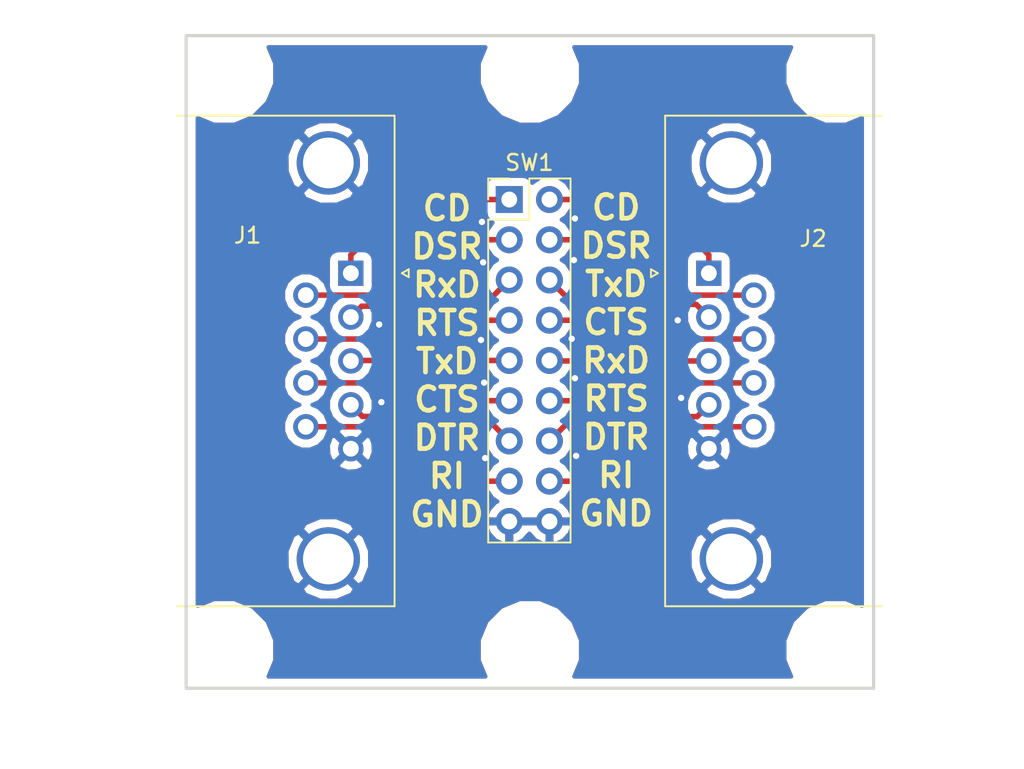
<source format=kicad_pcb>
(kicad_pcb (version 20171130) (host pcbnew 5.0.2-bee76a0~70~ubuntu16.04.1)

  (general
    (thickness 1.6)
    (drawings 6)
    (tracks 65)
    (zones 0)
    (modules 9)
    (nets 18)
  )

  (page A4)
  (layers
    (0 F.Cu signal)
    (31 B.Cu signal)
    (32 B.Adhes user)
    (33 F.Adhes user)
    (34 B.Paste user)
    (35 F.Paste user)
    (36 B.SilkS user)
    (37 F.SilkS user)
    (38 B.Mask user)
    (39 F.Mask user)
    (40 Dwgs.User user)
    (41 Cmts.User user)
    (42 Eco1.User user)
    (43 Eco2.User user)
    (44 Edge.Cuts user)
    (45 Margin user)
    (46 B.CrtYd user)
    (47 F.CrtYd user)
    (48 B.Fab user)
    (49 F.Fab user)
  )

  (setup
    (last_trace_width 0.35)
    (trace_clearance 0.2)
    (zone_clearance 0.508)
    (zone_45_only no)
    (trace_min 0.2)
    (segment_width 0.2)
    (edge_width 0.15)
    (via_size 0.8)
    (via_drill 0.4)
    (via_min_size 0.4)
    (via_min_drill 0.3)
    (uvia_size 0.3)
    (uvia_drill 0.1)
    (uvias_allowed no)
    (uvia_min_size 0.2)
    (uvia_min_drill 0.1)
    (pcb_text_width 0.3)
    (pcb_text_size 1.5 1.5)
    (mod_edge_width 0.15)
    (mod_text_size 1 1)
    (mod_text_width 0.15)
    (pad_size 1.524 1.524)
    (pad_drill 0.762)
    (pad_to_mask_clearance 0.051)
    (solder_mask_min_width 0.25)
    (aux_axis_origin 0 0)
    (visible_elements FFFFFF7F)
    (pcbplotparams
      (layerselection 0x210f0_ffffffff)
      (usegerberextensions true)
      (usegerberattributes false)
      (usegerberadvancedattributes false)
      (creategerberjobfile false)
      (excludeedgelayer true)
      (linewidth 0.100000)
      (plotframeref false)
      (viasonmask false)
      (mode 1)
      (useauxorigin false)
      (hpglpennumber 1)
      (hpglpenspeed 20)
      (hpglpendiameter 15.000000)
      (psnegative false)
      (psa4output false)
      (plotreference true)
      (plotvalue true)
      (plotinvisibletext false)
      (padsonsilk false)
      (subtractmaskfromsilk false)
      (outputformat 1)
      (mirror false)
      (drillshape 0)
      (scaleselection 1)
      (outputdirectory "Gerbers/"))
  )

  (net 0 "")
  (net 1 "Net-(J1-Pad1)")
  (net 2 "Net-(J1-Pad6)")
  (net 3 "Net-(J1-Pad2)")
  (net 4 "Net-(J1-Pad7)")
  (net 5 "Net-(J1-Pad3)")
  (net 6 "Net-(J1-Pad8)")
  (net 7 "Net-(J1-Pad4)")
  (net 8 "Net-(J1-Pad9)")
  (net 9 GND)
  (net 10 "Net-(J2-Pad9)")
  (net 11 "Net-(J2-Pad4)")
  (net 12 "Net-(J2-Pad8)")
  (net 13 "Net-(J2-Pad3)")
  (net 14 "Net-(J2-Pad7)")
  (net 15 "Net-(J2-Pad2)")
  (net 16 "Net-(J2-Pad6)")
  (net 17 "Net-(J2-Pad1)")

  (net_class Default "This is the default net class."
    (clearance 0.2)
    (trace_width 0.35)
    (via_dia 0.8)
    (via_drill 0.4)
    (uvia_dia 0.3)
    (uvia_drill 0.1)
  )

  (net_class Signals ""
    (clearance 0.2)
    (trace_width 0.35)
    (via_dia 0.8)
    (via_drill 0.4)
    (uvia_dia 0.3)
    (uvia_drill 0.1)
    (add_net GND)
    (add_net "Net-(J1-Pad1)")
    (add_net "Net-(J1-Pad2)")
    (add_net "Net-(J1-Pad3)")
    (add_net "Net-(J1-Pad4)")
    (add_net "Net-(J1-Pad6)")
    (add_net "Net-(J1-Pad7)")
    (add_net "Net-(J1-Pad8)")
    (add_net "Net-(J1-Pad9)")
    (add_net "Net-(J2-Pad1)")
    (add_net "Net-(J2-Pad2)")
    (add_net "Net-(J2-Pad3)")
    (add_net "Net-(J2-Pad4)")
    (add_net "Net-(J2-Pad6)")
    (add_net "Net-(J2-Pad7)")
    (add_net "Net-(J2-Pad8)")
    (add_net "Net-(J2-Pad9)")
  )

  (module MountingHole:MountingHole_2.2mm_M2 (layer F.Cu) (tedit 5F80D5C9) (tstamp 5FB29B63)
    (at 141.3 37.4)
    (descr "Mounting Hole 2.2mm, no annular, M2")
    (tags "mounting hole 2.2mm no annular m2")
    (clearance 2)
    (attr virtual)
    (fp_text reference REF** (at 0 -3.2) (layer F.SilkS) hide
      (effects (font (size 1 1) (thickness 0.15)))
    )
    (fp_text value MountingHole_2.2mm_M2 (at 0 3.2) (layer F.Fab)
      (effects (font (size 1 1) (thickness 0.15)))
    )
    (fp_circle (center 0 0) (end 2.45 0) (layer F.CrtYd) (width 0.05))
    (fp_circle (center 0 0) (end 2.2 0) (layer Cmts.User) (width 0.15))
    (fp_text user %R (at 0.3 0) (layer F.Fab)
      (effects (font (size 1 1) (thickness 0.15)))
    )
    (pad 1 np_thru_hole circle (at 0 0) (size 2.2 2.2) (drill 2.2) (layers *.Cu *.Mask))
  )

  (module MountingHole:MountingHole_2.2mm_M2 locked (layer F.Cu) (tedit 5F80D642) (tstamp 5FB29AE4)
    (at 141.3 73.8)
    (descr "Mounting Hole 2.2mm, no annular, M2")
    (tags "mounting hole 2.2mm no annular m2")
    (clearance 2)
    (attr virtual)
    (fp_text reference REF** (at 0 -3.2) (layer F.SilkS) hide
      (effects (font (size 1 1) (thickness 0.15)))
    )
    (fp_text value MountingHole_2.2mm_M2 (at 0 3.2) (layer F.Fab)
      (effects (font (size 1 1) (thickness 0.15)))
    )
    (fp_text user %R (at 0.3 0) (layer F.Fab)
      (effects (font (size 1 1) (thickness 0.15)))
    )
    (fp_circle (center 0 0) (end 2.2 0) (layer Cmts.User) (width 0.15))
    (fp_circle (center 0 0) (end 2.45 0) (layer F.CrtYd) (width 0.05))
    (pad 1 np_thru_hole circle (at 0 0) (size 2.2 2.2) (drill 2.2) (layers *.Cu *.Mask))
  )

  (module MountingHole:MountingHole_2.2mm_M2 locked (layer F.Cu) (tedit 5F80D646) (tstamp 5FB29AAA)
    (at 122 73.8)
    (descr "Mounting Hole 2.2mm, no annular, M2")
    (tags "mounting hole 2.2mm no annular m2")
    (clearance 2)
    (attr virtual)
    (fp_text reference REF** (at 0 -3.2) (layer F.SilkS) hide
      (effects (font (size 1 1) (thickness 0.15)))
    )
    (fp_text value MountingHole_2.2mm_M2 (at 0 3.2) (layer F.Fab)
      (effects (font (size 1 1) (thickness 0.15)))
    )
    (fp_text user %R (at 0.3 0) (layer F.Fab)
      (effects (font (size 1 1) (thickness 0.15)))
    )
    (fp_circle (center 0 0) (end 2.2 0) (layer Cmts.User) (width 0.15))
    (fp_circle (center 0 0) (end 2.45 0) (layer F.CrtYd) (width 0.05))
    (pad 1 np_thru_hole circle (at 0 0) (size 2.2 2.2) (drill 2.2) (layers *.Cu *.Mask))
  )

  (module MountingHole:MountingHole_2.2mm_M2 locked (layer F.Cu) (tedit 5F80D63E) (tstamp 5FB29A8A)
    (at 160.6 73.8)
    (descr "Mounting Hole 2.2mm, no annular, M2")
    (tags "mounting hole 2.2mm no annular m2")
    (clearance 2)
    (attr virtual)
    (fp_text reference REF** (at 0 -3.2) (layer F.SilkS) hide
      (effects (font (size 1 1) (thickness 0.15)))
    )
    (fp_text value MountingHole_2.2mm_M2 (at 0 3.2) (layer F.Fab)
      (effects (font (size 1 1) (thickness 0.15)))
    )
    (fp_circle (center 0 0) (end 2.45 0) (layer F.CrtYd) (width 0.05))
    (fp_circle (center 0 0) (end 2.2 0) (layer Cmts.User) (width 0.15))
    (fp_text user %R (at 0.3 0) (layer F.Fab)
      (effects (font (size 1 1) (thickness 0.15)))
    )
    (pad 1 np_thru_hole circle (at 0 0) (size 2.2 2.2) (drill 2.2) (layers *.Cu *.Mask))
  )

  (module MountingHole:MountingHole_2.2mm_M2 locked (layer F.Cu) (tedit 5F80D5CE) (tstamp 5FB299F7)
    (at 160.6 37.4)
    (descr "Mounting Hole 2.2mm, no annular, M2")
    (tags "mounting hole 2.2mm no annular m2")
    (clearance 2)
    (attr virtual)
    (fp_text reference REF** (at 0 -3.2) (layer F.SilkS) hide
      (effects (font (size 1 1) (thickness 0.15)))
    )
    (fp_text value MountingHole_2.2mm_M2 (at 0 3.2) (layer F.Fab)
      (effects (font (size 1 1) (thickness 0.15)))
    )
    (fp_text user %R (at 0.3 0) (layer F.Fab)
      (effects (font (size 1 1) (thickness 0.15)))
    )
    (fp_circle (center 0 0) (end 2.2 0) (layer Cmts.User) (width 0.15))
    (fp_circle (center 0 0) (end 2.45 0) (layer F.CrtYd) (width 0.05))
    (pad 1 np_thru_hole circle (at 0 0) (size 2.2 2.2) (drill 2.2) (layers *.Cu *.Mask))
  )

  (module WiRoc:PinHeader_Serial_Blocker (layer F.Cu) (tedit 5F80C3DC) (tstamp 5FA65E1D)
    (at 140 45.35)
    (descr "Through hole straight pin header, 2x09, 2.54mm pitch, double rows")
    (tags "Through hole pin header THT 2x09 2.54mm double row")
    (path /5F80B837)
    (fp_text reference SW1 (at 1.27 -2.33) (layer F.SilkS)
      (effects (font (size 1 1) (thickness 0.15)))
    )
    (fp_text value SW_DIP_x09 (at 1.27 22.65) (layer F.Fab)
      (effects (font (size 1 1) (thickness 0.15)))
    )
    (fp_line (start 0 -1.27) (end 3.81 -1.27) (layer F.Fab) (width 0.1))
    (fp_line (start 3.81 -1.27) (end 3.81 21.59) (layer F.Fab) (width 0.1))
    (fp_line (start 3.81 21.59) (end -1.27 21.59) (layer F.Fab) (width 0.1))
    (fp_line (start -1.27 21.59) (end -1.27 0) (layer F.Fab) (width 0.1))
    (fp_line (start -1.27 0) (end 0 -1.27) (layer F.Fab) (width 0.1))
    (fp_line (start -1.33 21.65) (end 3.87 21.65) (layer F.SilkS) (width 0.12))
    (fp_line (start -1.33 1.27) (end -1.33 21.65) (layer F.SilkS) (width 0.12))
    (fp_line (start 3.87 -1.33) (end 3.87 21.65) (layer F.SilkS) (width 0.12))
    (fp_line (start -1.33 1.27) (end 1.27 1.27) (layer F.SilkS) (width 0.12))
    (fp_line (start 1.27 1.27) (end 1.27 -1.33) (layer F.SilkS) (width 0.12))
    (fp_line (start 1.27 -1.33) (end 3.87 -1.33) (layer F.SilkS) (width 0.12))
    (fp_line (start -1.33 0) (end -1.33 -1.33) (layer F.SilkS) (width 0.12))
    (fp_line (start -1.33 -1.33) (end 0 -1.33) (layer F.SilkS) (width 0.12))
    (fp_line (start -1.8 -1.8) (end -1.8 22.1) (layer F.CrtYd) (width 0.05))
    (fp_line (start -1.8 22.1) (end 4.35 22.1) (layer F.CrtYd) (width 0.05))
    (fp_line (start 4.35 22.1) (end 4.35 -1.8) (layer F.CrtYd) (width 0.05))
    (fp_line (start 4.35 -1.8) (end -1.8 -1.8) (layer F.CrtYd) (width 0.05))
    (fp_text user %R (at 1.27 10.16 90) (layer F.Fab)
      (effects (font (size 1 1) (thickness 0.15)))
    )
    (pad 1 thru_hole rect (at 0 0) (size 1.7 1.7) (drill 1) (layers *.Cu *.Mask)
      (net 1 "Net-(J1-Pad1)"))
    (pad 18 thru_hole oval (at 2.54 0) (size 1.7 1.7) (drill 1) (layers *.Cu *.Mask)
      (net 17 "Net-(J2-Pad1)"))
    (pad 2 thru_hole oval (at 0 2.54) (size 1.7 1.7) (drill 1) (layers *.Cu *.Mask)
      (net 2 "Net-(J1-Pad6)"))
    (pad 17 thru_hole oval (at 2.54 2.54) (size 1.7 1.7) (drill 1) (layers *.Cu *.Mask)
      (net 16 "Net-(J2-Pad6)"))
    (pad 3 thru_hole oval (at 0 5.08) (size 1.7 1.7) (drill 1) (layers *.Cu *.Mask)
      (net 3 "Net-(J1-Pad2)"))
    (pad 16 thru_hole oval (at 2.54 5.08) (size 1.7 1.7) (drill 1) (layers *.Cu *.Mask)
      (net 15 "Net-(J2-Pad2)"))
    (pad 4 thru_hole oval (at 0 7.62) (size 1.7 1.7) (drill 1) (layers *.Cu *.Mask)
      (net 4 "Net-(J1-Pad7)"))
    (pad 15 thru_hole oval (at 2.54 7.62) (size 1.7 1.7) (drill 1) (layers *.Cu *.Mask)
      (net 14 "Net-(J2-Pad7)"))
    (pad 5 thru_hole oval (at 0 10.16) (size 1.7 1.7) (drill 1) (layers *.Cu *.Mask)
      (net 5 "Net-(J1-Pad3)"))
    (pad 14 thru_hole oval (at 2.54 10.16) (size 1.7 1.7) (drill 1) (layers *.Cu *.Mask)
      (net 13 "Net-(J2-Pad3)"))
    (pad 6 thru_hole oval (at 0 12.7) (size 1.7 1.7) (drill 1) (layers *.Cu *.Mask)
      (net 6 "Net-(J1-Pad8)"))
    (pad 13 thru_hole oval (at 2.54 12.7) (size 1.7 1.7) (drill 1) (layers *.Cu *.Mask)
      (net 12 "Net-(J2-Pad8)"))
    (pad 7 thru_hole oval (at 0 15.24) (size 1.7 1.7) (drill 1) (layers *.Cu *.Mask)
      (net 7 "Net-(J1-Pad4)"))
    (pad 12 thru_hole oval (at 2.54 15.24) (size 1.7 1.7) (drill 1) (layers *.Cu *.Mask)
      (net 11 "Net-(J2-Pad4)"))
    (pad 8 thru_hole oval (at 0 17.78) (size 1.7 1.7) (drill 1) (layers *.Cu *.Mask)
      (net 8 "Net-(J1-Pad9)"))
    (pad 11 thru_hole oval (at 2.54 17.78) (size 1.7 1.7) (drill 1) (layers *.Cu *.Mask)
      (net 10 "Net-(J2-Pad9)"))
    (pad 9 thru_hole oval (at 0 20.32) (size 1.7 1.7) (drill 1) (layers *.Cu *.Mask)
      (net 9 GND))
    (pad 10 thru_hole oval (at 2.54 20.32) (size 1.7 1.7) (drill 1) (layers *.Cu *.Mask)
      (net 9 GND))
    (model ${KISYS3DMOD}/Connector_PinHeader_2.54mm.3dshapes/PinHeader_2x09_P2.54mm_Vertical.wrl
      (at (xyz 0 0 0))
      (scale (xyz 1 1 1))
      (rotate (xyz 0 0 0))
    )
  )

  (module WiRoc:DSUB-9_Female_Horizontal_P2.77x2.84mm_Edge_offset6.96mm_centered_Edge8.08mm (layer F.Cu) (tedit 5F80C0F4) (tstamp 5F999BA4)
    (at 152.6 50 90)
    (descr "9-pin D-Sub connector, horizontal/angled (90 deg), THT-mount, female, pitch 2.77x2.84mm, pin-PCB-offset 4.9399999999999995mm, distance of mounting holes 25mm, distance of mounting holes to PCB edge 7.4799999999999995mm, see https://disti-assets.s3.amazonaws.com/tonar/files/datasheets/16730.pdf")
    (tags "9-pin D-Sub connector horizontal angled 90deg THT female pitch 2.77x2.84mm pin-PCB-offset 4.9399999999999995mm mounting-holes-distance 25mm mounting-hole-offset 25mm")
    (path /5F80B4DE)
    (fp_text reference J2 (at 2.1845 6.5818 180) (layer F.SilkS)
      (effects (font (size 1 1) (thickness 0.15)))
    )
    (fp_text value DB9_Female_MountingHoles (at -5.55 19.05 90) (layer F.Fab)
      (effects (font (size 1 1) (thickness 0.15)))
    )
    (fp_arc (start -18.04 1.42) (end -19.64 0.3) (angle 180) (layer F.Fab) (width 0.1))
    (fp_arc (start 6.96 1.42) (end 5.36 0.3) (angle 180) (layer F.Fab) (width 0.1))
    (fp_line (start -20.965 -2.7) (end -20.965 7.78) (layer F.Fab) (width 0.1))
    (fp_line (start 9.885 7.78) (end 9.885 -2.7) (layer F.Fab) (width 0.1))
    (fp_line (start 9.885 -2.7) (end -20.965 -2.7) (layer F.Fab) (width 0.1))
    (fp_line (start -20.965 7.78) (end -20.965 11.35) (layer F.Fab) (width 0.1))
    (fp_line (start -20.965 11.38) (end 9.885 11.38) (layer F.Fab) (width 0.1))
    (fp_line (start 9.9 11.4) (end 9.885 7.78) (layer F.Fab) (width 0.1))
    (fp_line (start 9.885 10.98) (end -20.965 10.98) (layer F.Fab) (width 0.1))
    (fp_line (start -13.69 11.38) (end -13.69 17.55) (layer F.Fab) (width 0.1))
    (fp_line (start -13.69 17.55) (end 2.61 17.55) (layer F.Fab) (width 0.1))
    (fp_line (start 2.61 17.55) (end 2.61 11.38) (layer F.Fab) (width 0.1))
    (fp_line (start 2.61 11.38) (end -13.69 11.38) (layer F.Fab) (width 0.1))
    (fp_line (start -20.54 11.38) (end -20.54 16.38) (layer F.Fab) (width 0.1))
    (fp_line (start -20.54 16.38) (end -15.54 16.38) (layer F.Fab) (width 0.1))
    (fp_line (start -15.54 16.38) (end -15.54 11.38) (layer F.Fab) (width 0.1))
    (fp_line (start 4.46 11.38) (end 4.46 16.38) (layer F.Fab) (width 0.1))
    (fp_line (start 4.46 16.38) (end 9.46 16.38) (layer F.Fab) (width 0.1))
    (fp_line (start 9.46 16.38) (end 9.46 11.38) (layer F.Fab) (width 0.1))
    (fp_line (start -19.64 10.98) (end -19.64 0.3) (layer F.Fab) (width 0.1))
    (fp_line (start -16.44 10.98) (end -16.44 0.3) (layer F.Fab) (width 0.1))
    (fp_line (start 5.36 10.98) (end 5.36 0.3) (layer F.Fab) (width 0.1))
    (fp_line (start 8.56 10.98) (end 8.56 0.3) (layer F.Fab) (width 0.1))
    (fp_line (start -21.025 10.92) (end -21.025 -2.76) (layer F.SilkS) (width 0.12))
    (fp_line (start -21.025 -2.76) (end 9.945 -2.76) (layer F.SilkS) (width 0.12))
    (fp_line (start 9.945 -2.76) (end 9.945 10.92) (layer F.SilkS) (width 0.12))
    (fp_line (start -0.25 -3.654338) (end 0.25 -3.654338) (layer F.SilkS) (width 0.12))
    (fp_line (start 0.25 -3.654338) (end 0 -3.221325) (layer F.SilkS) (width 0.12))
    (fp_line (start 0 -3.221325) (end -0.25 -3.654338) (layer F.SilkS) (width 0.12))
    (fp_line (start -21.5 -3.25) (end -21.5 14.85) (layer F.CrtYd) (width 0.05))
    (fp_line (start -21.5 14.85) (end 10.4 14.85) (layer F.CrtYd) (width 0.05))
    (fp_line (start 10.4 14.85) (end 10.4 -3.25) (layer F.CrtYd) (width 0.05))
    (fp_line (start 10.4 -3.25) (end -21.5 -3.25) (layer F.CrtYd) (width 0.05))
    (fp_text user %R (at -5.54 11.265 90) (layer F.Fab)
      (effects (font (size 1 1) (thickness 0.15)))
    )
    (pad 1 thru_hole rect (at 0 0 90) (size 1.6 1.6) (drill 1) (layers *.Cu *.Mask)
      (net 17 "Net-(J2-Pad1)"))
    (pad 2 thru_hole circle (at -2.77 0 90) (size 1.6 1.6) (drill 1) (layers *.Cu *.Mask)
      (net 15 "Net-(J2-Pad2)"))
    (pad 3 thru_hole circle (at -5.54 0 90) (size 1.6 1.6) (drill 1) (layers *.Cu *.Mask)
      (net 13 "Net-(J2-Pad3)"))
    (pad 4 thru_hole circle (at -8.31 0 90) (size 1.6 1.6) (drill 1) (layers *.Cu *.Mask)
      (net 11 "Net-(J2-Pad4)"))
    (pad 5 thru_hole circle (at -11.08 0 90) (size 1.6 1.6) (drill 1) (layers *.Cu *.Mask)
      (net 9 GND))
    (pad 6 thru_hole circle (at -1.385 2.84 90) (size 1.6 1.6) (drill 1) (layers *.Cu *.Mask)
      (net 16 "Net-(J2-Pad6)"))
    (pad 7 thru_hole circle (at -4.155 2.84 90) (size 1.6 1.6) (drill 1) (layers *.Cu *.Mask)
      (net 14 "Net-(J2-Pad7)"))
    (pad 8 thru_hole circle (at -6.925 2.84 90) (size 1.6 1.6) (drill 1) (layers *.Cu *.Mask)
      (net 12 "Net-(J2-Pad8)"))
    (pad 9 thru_hole circle (at -9.695 2.84 90) (size 1.6 1.6) (drill 1) (layers *.Cu *.Mask)
      (net 10 "Net-(J2-Pad9)"))
    (pad 0 thru_hole circle (at -18.04 1.42 90) (size 4 4) (drill 3.2) (layers *.Cu *.Mask)
      (net 9 GND))
    (pad 0 thru_hole circle (at 6.96 1.42 90) (size 4 4) (drill 3.2) (layers *.Cu *.Mask)
      (net 9 GND))
    (model ${KISYS3DMOD}/Connector_Dsub.3dshapes/DSUB-9_Female_Horizontal_P2.77x2.84mm_EdgePinOffset4.94mm_Housed_MountingHolesOffset7.48mm.wrl
      (at (xyz 0 0 0))
      (scale (xyz 1 1 1))
      (rotate (xyz 0 0 0))
    )
  )

  (module WiRoc:DSUB-9_Male_Horizontal_P2.77x2.84mm_Edge_Housed_MountingHolesOffset9.96mm_centered_edge_10.92mm (layer F.Cu) (tedit 5F80C23E) (tstamp 5F999B71)
    (at 130 50 270)
    (descr "9-pin D-Sub connector, horizontal/angled (90 deg), THT-mount, male, pitch 2.77x2.84mm, pin-PCB-offset 4.9399999999999995mm, distance of mounting holes 25mm, distance of mounting holes to PCB edge 7.4799999999999995mm, see https://disti-assets.s3.amazonaws.com/tonar/files/datasheets/16730.pdf")
    (tags "9-pin D-Sub connector horizontal angled 90deg THT male pitch 2.77x2.84mm pin-PCB-offset 4.9399999999999995mm mounting-holes-distance 25mm mounting-hole-offset 25mm")
    (path /5F80B5C7)
    (fp_text reference J1 (at -2.3877 6.5179) (layer F.SilkS)
      (effects (font (size 1 1) (thickness 0.15)))
    )
    (fp_text value DB9_Male_MountingHoles (at 5.85 21.3 270) (layer F.Fab)
      (effects (font (size 1 1) (thickness 0.15)))
    )
    (fp_arc (start -6.96 1.42) (end -8.56 0.3) (angle 180) (layer F.Fab) (width 0.1))
    (fp_arc (start 18.04 1.42) (end 16.44 0.3) (angle 180) (layer F.Fab) (width 0.1))
    (fp_line (start -9.885 -2.7) (end -9.885 10.98) (layer F.Fab) (width 0.1))
    (fp_line (start -9.885 10.98) (end 20.965 10.98) (layer F.Fab) (width 0.1))
    (fp_line (start 20.965 10.98) (end 20.965 -2.7) (layer F.Fab) (width 0.1))
    (fp_line (start 20.965 -2.7) (end -9.885 -2.7) (layer F.Fab) (width 0.1))
    (fp_line (start -9.885 10.98) (end -9.885 11.38) (layer F.Fab) (width 0.1))
    (fp_line (start -9.885 11.38) (end 20.965 11.38) (layer F.Fab) (width 0.1))
    (fp_line (start 20.965 11.38) (end 20.965 10.98) (layer F.Fab) (width 0.1))
    (fp_line (start 20.965 10.98) (end -9.885 10.98) (layer F.Fab) (width 0.1))
    (fp_line (start -2.61 11.38) (end -2.61 17.38) (layer F.Fab) (width 0.1))
    (fp_line (start -2.61 17.38) (end 13.69 17.38) (layer F.Fab) (width 0.1))
    (fp_line (start 13.69 17.38) (end 13.69 11.38) (layer F.Fab) (width 0.1))
    (fp_line (start 13.69 11.38) (end -2.61 11.38) (layer F.Fab) (width 0.1))
    (fp_line (start -9.46 11.38) (end -9.46 16.38) (layer F.Fab) (width 0.1))
    (fp_line (start -9.46 16.38) (end -4.46 16.38) (layer F.Fab) (width 0.1))
    (fp_line (start -4.46 16.38) (end -4.46 11.38) (layer F.Fab) (width 0.1))
    (fp_line (start -4.46 11.38) (end -9.46 11.38) (layer F.Fab) (width 0.1))
    (fp_line (start 15.54 11.38) (end 15.54 16.38) (layer F.Fab) (width 0.1))
    (fp_line (start 15.54 16.38) (end 20.54 16.38) (layer F.Fab) (width 0.1))
    (fp_line (start 20.54 16.38) (end 20.54 11.38) (layer F.Fab) (width 0.1))
    (fp_line (start 20.54 11.38) (end 15.54 11.38) (layer F.Fab) (width 0.1))
    (fp_line (start -8.56 10.98) (end -8.56 0.3) (layer F.Fab) (width 0.1))
    (fp_line (start -5.36 10.98) (end -5.36 0.3) (layer F.Fab) (width 0.1))
    (fp_line (start 16.44 10.98) (end 16.44 0.3) (layer F.Fab) (width 0.1))
    (fp_line (start 19.64 10.98) (end 19.64 0.3) (layer F.Fab) (width 0.1))
    (fp_line (start -9.945 10.98) (end -9.945 -2.76) (layer F.SilkS) (width 0.12))
    (fp_line (start -9.945 -2.76) (end 21.025 -2.76) (layer F.SilkS) (width 0.12))
    (fp_line (start 21.025 -2.76) (end 21.025 10.98) (layer F.SilkS) (width 0.12))
    (fp_line (start -0.25 -3.654338) (end 0.25 -3.654338) (layer F.SilkS) (width 0.12))
    (fp_line (start 0.25 -3.654338) (end 0 -3.221325) (layer F.SilkS) (width 0.12))
    (fp_line (start 0 -3.221325) (end -0.25 -3.654338) (layer F.SilkS) (width 0.12))
    (fp_line (start -10.4 -3.25) (end -10.4 17.9) (layer F.CrtYd) (width 0.05))
    (fp_line (start -10.4 17.9) (end 21.5 17.9) (layer F.CrtYd) (width 0.05))
    (fp_line (start 21.5 17.9) (end 21.5 -3.25) (layer F.CrtYd) (width 0.05))
    (fp_line (start 21.5 -3.25) (end -10.4 -3.25) (layer F.CrtYd) (width 0.05))
    (fp_text user %R (at 5.54 14.38 270) (layer F.Fab)
      (effects (font (size 1 1) (thickness 0.15)))
    )
    (pad 1 thru_hole rect (at 0 0 270) (size 1.6 1.6) (drill 1) (layers *.Cu *.Mask)
      (net 1 "Net-(J1-Pad1)"))
    (pad 2 thru_hole circle (at 2.77 0 270) (size 1.6 1.6) (drill 1) (layers *.Cu *.Mask)
      (net 3 "Net-(J1-Pad2)"))
    (pad 3 thru_hole circle (at 5.54 0 270) (size 1.6 1.6) (drill 1) (layers *.Cu *.Mask)
      (net 5 "Net-(J1-Pad3)"))
    (pad 4 thru_hole circle (at 8.31 0 270) (size 1.6 1.6) (drill 1) (layers *.Cu *.Mask)
      (net 7 "Net-(J1-Pad4)"))
    (pad 5 thru_hole circle (at 11.08 0 270) (size 1.6 1.6) (drill 1) (layers *.Cu *.Mask)
      (net 9 GND))
    (pad 6 thru_hole circle (at 1.385 2.84 270) (size 1.6 1.6) (drill 1) (layers *.Cu *.Mask)
      (net 2 "Net-(J1-Pad6)"))
    (pad 7 thru_hole circle (at 4.155 2.84 270) (size 1.6 1.6) (drill 1) (layers *.Cu *.Mask)
      (net 4 "Net-(J1-Pad7)"))
    (pad 8 thru_hole circle (at 6.925 2.84 270) (size 1.6 1.6) (drill 1) (layers *.Cu *.Mask)
      (net 6 "Net-(J1-Pad8)"))
    (pad 9 thru_hole circle (at 9.695 2.84 270) (size 1.6 1.6) (drill 1) (layers *.Cu *.Mask)
      (net 8 "Net-(J1-Pad9)"))
    (pad 0 thru_hole circle (at -6.96 1.42 270) (size 4 4) (drill 3.2) (layers *.Cu *.Mask)
      (net 9 GND))
    (pad 0 thru_hole circle (at 18.04 1.42 270) (size 4 4) (drill 3.2) (layers *.Cu *.Mask)
      (net 9 GND))
    (model ${KISYS3DMOD}/Connector_Dsub.3dshapes/DSUB-9_Male_Horizontal_P2.77x2.84mm_EdgePinOffset4.94mm_Housed_MountingHolesOffset7.48mm.wrl
      (at (xyz 0 0 0))
      (scale (xyz 1 1 1))
      (rotate (xyz 0 0 0))
    )
  )

  (module MountingHole:MountingHole_2.2mm_M2 (layer F.Cu) (tedit 5F80D5C5) (tstamp 5FB299D0)
    (at 122 37.4)
    (descr "Mounting Hole 2.2mm, no annular, M2")
    (tags "mounting hole 2.2mm no annular m2")
    (clearance 2)
    (attr virtual)
    (fp_text reference REF** (at 0 -3.2) (layer F.SilkS) hide
      (effects (font (size 1 1) (thickness 0.15)))
    )
    (fp_text value MountingHole_2.2mm_M2 (at 0 3.2) (layer F.Fab)
      (effects (font (size 1 1) (thickness 0.15)))
    )
    (fp_circle (center 0 0) (end 2.45 0) (layer F.CrtYd) (width 0.05))
    (fp_circle (center 0 0) (end 2.2 0) (layer Cmts.User) (width 0.15))
    (fp_text user %R (at 0.3 0) (layer F.Fab)
      (effects (font (size 1 1) (thickness 0.15)))
    )
    (pad 1 np_thru_hole circle (at 0 0) (size 2.2 2.2) (drill 2.2) (layers *.Cu *.Mask))
  )

  (gr_text "CD\nDSR\nTxD\nCTS\nRxD\nRTS\nDTR\nRI\nGND" (at 146.7485 55.5117) (layer F.SilkS)
    (effects (font (size 1.5 1.5) (thickness 0.3)))
  )
  (gr_text "CD\nDSR\nRxD\nRTS\nTxD\nCTS\nDTR\nRI\nGND" (at 136.0678 55.5625) (layer F.SilkS)
    (effects (font (size 1.5 1.5) (thickness 0.3)))
  )
  (gr_line (start 119.6 76.2) (end 119.6 35) (layer Edge.Cuts) (width 0.2))
  (gr_line (start 163 76.2) (end 119.6 76.2) (layer Edge.Cuts) (width 0.2))
  (gr_line (start 163 35) (end 163 76.2) (layer Edge.Cuts) (width 0.2))
  (gr_line (start 119.6 35) (end 163 35) (layer Edge.Cuts) (width 0.2))

  (segment (start 130 48.85) (end 130 50) (width 0.35) (layer F.Cu) (net 1))
  (segment (start 133.5 45.35) (end 130 48.85) (width 0.35) (layer F.Cu) (net 1))
  (segment (start 140 45.35) (end 133.5 45.35) (width 0.35) (layer F.Cu) (net 1))
  (segment (start 132.4602 51.385) (end 127.16 51.385) (width 0.35) (layer F.Cu) (net 2))
  (segment (start 135.9552 47.89) (end 132.4602 51.385) (width 0.35) (layer F.Cu) (net 2))
  (segment (start 140 47.89) (end 135.9552 47.89) (width 0.35) (layer F.Cu) (net 2))
  (segment (start 130.6873 52.0827) (end 130 52.77) (width 0.35) (layer F.Cu) (net 3))
  (segment (start 138.3473 52.0827) (end 130.6873 52.0827) (width 0.35) (layer F.Cu) (net 3))
  (segment (start 140 50.43) (end 138.3473 52.0827) (width 0.35) (layer F.Cu) (net 3))
  (segment (start 128.29137 54.155) (end 127.16 54.155) (width 0.35) (layer F.Cu) (net 4))
  (segment (start 136.8657 54.155) (end 128.29137 54.155) (width 0.35) (layer F.Cu) (net 4))
  (segment (start 138.0507 52.97) (end 136.8657 54.155) (width 0.35) (layer F.Cu) (net 4))
  (segment (start 140 52.97) (end 138.0507 52.97) (width 0.35) (layer F.Cu) (net 4))
  (segment (start 130.03 55.51) (end 130 55.54) (width 0.35) (layer F.Cu) (net 5))
  (segment (start 140 55.51) (end 130.03 55.51) (width 0.35) (layer F.Cu) (net 5))
  (segment (start 136.6429 56.925) (end 127.16 56.925) (width 0.35) (layer F.Cu) (net 6))
  (segment (start 137.7679 58.05) (end 136.6429 56.925) (width 0.35) (layer F.Cu) (net 6))
  (segment (start 140 58.05) (end 137.7679 58.05) (width 0.35) (layer F.Cu) (net 6))
  (segment (start 130.7323 59.0423) (end 130 58.31) (width 0.35) (layer F.Cu) (net 7))
  (segment (start 138.4523 59.0423) (end 130.7323 59.0423) (width 0.35) (layer F.Cu) (net 7))
  (segment (start 140 60.59) (end 138.4523 59.0423) (width 0.35) (layer F.Cu) (net 7))
  (segment (start 131.5389 59.695) (end 128.29137 59.695) (width 0.35) (layer F.Cu) (net 8))
  (segment (start 128.29137 59.695) (end 127.16 59.695) (width 0.35) (layer F.Cu) (net 8))
  (segment (start 134.9739 63.13) (end 131.5389 59.695) (width 0.35) (layer F.Cu) (net 8))
  (segment (start 140 63.13) (end 134.9739 63.13) (width 0.35) (layer F.Cu) (net 8))
  (via (at 144.145 46.5455) (size 0.8) (drill 0.4) (layers F.Cu B.Cu) (net 9))
  (via (at 138.2776 46.7614) (size 0.8) (drill 0.4) (layers F.Cu B.Cu) (net 9))
  (via (at 144.0815 49.1744) (size 0.8) (drill 0.4) (layers F.Cu B.Cu) (net 9))
  (via (at 150.6347 52.9717) (size 0.8) (drill 0.4) (layers F.Cu B.Cu) (net 9))
  (via (at 143.9418 54.1401) (size 0.8) (drill 0.4) (layers F.Cu B.Cu) (net 9))
  (via (at 144.145 56.6293) (size 0.8) (drill 0.4) (layers F.Cu B.Cu) (net 9))
  (via (at 150.8506 57.8739) (size 0.8) (drill 0.4) (layers F.Cu B.Cu) (net 9))
  (via (at 144.2212 61.5315) (size 0.8) (drill 0.4) (layers F.Cu B.Cu) (net 9))
  (via (at 138.4808 61.6712) (size 0.8) (drill 0.4) (layers F.Cu B.Cu) (net 9))
  (via (at 138.4173 56.9087) (size 0.8) (drill 0.4) (layers F.Cu B.Cu) (net 9))
  (via (at 138.2141 54.2163) (size 0.8) (drill 0.4) (layers F.Cu B.Cu) (net 9))
  (via (at 138.3538 49.3141) (size 0.8) (drill 0.4) (layers F.Cu B.Cu) (net 9))
  (via (at 131.9276 58.1406) (size 0.8) (drill 0.4) (layers F.Cu B.Cu) (net 9))
  (via (at 131.7879 53.2384) (size 0.8) (drill 0.4) (layers F.Cu B.Cu) (net 9))
  (segment (start 147.4868 63.13) (end 142.54 63.13) (width 0.35) (layer F.Cu) (net 10))
  (segment (start 150.9218 59.695) (end 147.4868 63.13) (width 0.35) (layer F.Cu) (net 10))
  (segment (start 155.44 59.695) (end 150.9218 59.695) (width 0.35) (layer F.Cu) (net 10))
  (segment (start 144.075 59.055) (end 142.54 60.59) (width 0.35) (layer F.Cu) (net 11))
  (segment (start 151.855 59.055) (end 144.075 59.055) (width 0.35) (layer F.Cu) (net 11))
  (segment (start 152.6 58.31) (end 151.855 59.055) (width 0.35) (layer F.Cu) (net 11))
  (segment (start 142.5417 58.0517) (end 142.54 58.05) (width 0.35) (layer F.Cu) (net 12))
  (segment (start 144.7673 58.0517) (end 142.5417 58.0517) (width 0.35) (layer F.Cu) (net 12))
  (segment (start 145.894 56.925) (end 144.7673 58.0517) (width 0.35) (layer F.Cu) (net 12))
  (segment (start 155.44 56.925) (end 145.894 56.925) (width 0.35) (layer F.Cu) (net 12))
  (segment (start 142.57 55.54) (end 142.54 55.51) (width 0.35) (layer F.Cu) (net 13))
  (segment (start 152.6 55.54) (end 142.57 55.54) (width 0.35) (layer F.Cu) (net 13))
  (segment (start 154.30863 54.155) (end 155.44 54.155) (width 0.35) (layer F.Cu) (net 14))
  (segment (start 145.9506 54.155) (end 154.30863 54.155) (width 0.35) (layer F.Cu) (net 14))
  (segment (start 144.7656 52.97) (end 145.9506 54.155) (width 0.35) (layer F.Cu) (net 14))
  (segment (start 142.54 52.97) (end 144.7656 52.97) (width 0.35) (layer F.Cu) (net 14))
  (segment (start 144.080001 51.970001) (end 143.389999 51.279999) (width 0.35) (layer F.Cu) (net 15))
  (segment (start 143.389999 51.279999) (end 142.54 50.43) (width 0.35) (layer F.Cu) (net 15))
  (segment (start 151.800001 51.970001) (end 144.080001 51.970001) (width 0.35) (layer F.Cu) (net 15))
  (segment (start 152.6 52.77) (end 151.800001 51.970001) (width 0.35) (layer F.Cu) (net 15))
  (segment (start 155.44 51.385) (end 150.8006 51.385) (width 0.35) (layer F.Cu) (net 16))
  (segment (start 147.3056 47.89) (end 142.54 47.89) (width 0.35) (layer F.Cu) (net 16))
  (segment (start 150.8006 51.385) (end 147.3056 47.89) (width 0.35) (layer F.Cu) (net 16))
  (segment (start 152.6 48.85) (end 152.6 50) (width 0.35) (layer F.Cu) (net 17))
  (segment (start 149.1 45.35) (end 152.6 48.85) (width 0.35) (layer F.Cu) (net 17))
  (segment (start 142.54 45.35) (end 149.1 45.35) (width 0.35) (layer F.Cu) (net 17))

  (zone (net 9) (net_name GND) (layer F.Cu) (tstamp 0) (hatch edge 0.508)
    (connect_pads (clearance 0.508))
    (min_thickness 0.254)
    (fill yes (arc_segments 16) (thermal_gap 0.508) (thermal_bridge_width 0.508))
    (polygon
      (pts
        (xy 118.6053 33.9979) (xy 164.0078 34.0487) (xy 164.1094 78.1431) (xy 118.364 78.7527)
      )
    )
    (filled_polygon
      (pts
        (xy 138.073 36.75811) (xy 138.073 38.04189) (xy 138.564281 39.227949) (xy 139.472051 40.135719) (xy 140.65811 40.627)
        (xy 141.94189 40.627) (xy 143.127949 40.135719) (xy 144.035719 39.227949) (xy 144.527 38.04189) (xy 144.527 36.75811)
        (xy 144.103215 35.735) (xy 157.796785 35.735) (xy 157.373 36.75811) (xy 157.373 38.04189) (xy 157.864281 39.227949)
        (xy 158.772051 40.135719) (xy 159.95811 40.627) (xy 161.24189 40.627) (xy 162.265 40.203215) (xy 162.265001 70.996786)
        (xy 161.24189 70.573) (xy 159.95811 70.573) (xy 158.772051 71.064281) (xy 157.864281 71.972051) (xy 157.373 73.15811)
        (xy 157.373 74.44189) (xy 157.796785 75.465) (xy 144.103215 75.465) (xy 144.527 74.44189) (xy 144.527 73.15811)
        (xy 144.035719 71.972051) (xy 143.127949 71.064281) (xy 141.94189 70.573) (xy 140.65811 70.573) (xy 139.472051 71.064281)
        (xy 138.564281 71.972051) (xy 138.073 73.15811) (xy 138.073 74.44189) (xy 138.496785 75.465) (xy 124.803215 75.465)
        (xy 125.227 74.44189) (xy 125.227 73.15811) (xy 124.735719 71.972051) (xy 123.827949 71.064281) (xy 122.64189 70.573)
        (xy 121.35811 70.573) (xy 120.335 70.996785) (xy 120.335 69.915022) (xy 126.884584 69.915022) (xy 127.105353 70.285743)
        (xy 128.077012 70.679119) (xy 129.125247 70.670713) (xy 130.054647 70.285743) (xy 130.275416 69.915022) (xy 152.324584 69.915022)
        (xy 152.545353 70.285743) (xy 153.517012 70.679119) (xy 154.565247 70.670713) (xy 155.494647 70.285743) (xy 155.715416 69.915022)
        (xy 154.02 68.219605) (xy 152.324584 69.915022) (xy 130.275416 69.915022) (xy 128.58 68.219605) (xy 126.884584 69.915022)
        (xy 120.335 69.915022) (xy 120.335 67.537012) (xy 125.940881 67.537012) (xy 125.949287 68.585247) (xy 126.334257 69.514647)
        (xy 126.704978 69.735416) (xy 128.400395 68.04) (xy 128.759605 68.04) (xy 130.455022 69.735416) (xy 130.825743 69.514647)
        (xy 131.219119 68.542988) (xy 131.211052 67.537012) (xy 151.380881 67.537012) (xy 151.389287 68.585247) (xy 151.774257 69.514647)
        (xy 152.144978 69.735416) (xy 153.840395 68.04) (xy 154.199605 68.04) (xy 155.895022 69.735416) (xy 156.265743 69.514647)
        (xy 156.659119 68.542988) (xy 156.650713 67.494753) (xy 156.265743 66.565353) (xy 155.895022 66.344584) (xy 154.199605 68.04)
        (xy 153.840395 68.04) (xy 152.144978 66.344584) (xy 151.774257 66.565353) (xy 151.380881 67.537012) (xy 131.211052 67.537012)
        (xy 131.210713 67.494753) (xy 130.825743 66.565353) (xy 130.455022 66.344584) (xy 128.759605 68.04) (xy 128.400395 68.04)
        (xy 126.704978 66.344584) (xy 126.334257 66.565353) (xy 125.940881 67.537012) (xy 120.335 67.537012) (xy 120.335 66.164978)
        (xy 126.884584 66.164978) (xy 128.58 67.860395) (xy 130.275416 66.164978) (xy 130.193183 66.02689) (xy 138.558524 66.02689)
        (xy 138.728355 66.436924) (xy 139.118642 66.865183) (xy 139.643108 67.111486) (xy 139.873 66.990819) (xy 139.873 65.797)
        (xy 140.127 65.797) (xy 140.127 66.990819) (xy 140.356892 67.111486) (xy 140.881358 66.865183) (xy 141.27 66.438729)
        (xy 141.658642 66.865183) (xy 142.183108 67.111486) (xy 142.413 66.990819) (xy 142.413 65.797) (xy 142.667 65.797)
        (xy 142.667 66.990819) (xy 142.896892 67.111486) (xy 143.421358 66.865183) (xy 143.811645 66.436924) (xy 143.924281 66.164978)
        (xy 152.324584 66.164978) (xy 154.02 67.860395) (xy 155.715416 66.164978) (xy 155.494647 65.794257) (xy 154.522988 65.400881)
        (xy 153.474753 65.409287) (xy 152.545353 65.794257) (xy 152.324584 66.164978) (xy 143.924281 66.164978) (xy 143.981476 66.02689)
        (xy 143.860155 65.797) (xy 142.667 65.797) (xy 142.413 65.797) (xy 140.127 65.797) (xy 139.873 65.797)
        (xy 138.679845 65.797) (xy 138.558524 66.02689) (xy 130.193183 66.02689) (xy 130.054647 65.794257) (xy 129.082988 65.400881)
        (xy 128.034753 65.409287) (xy 127.105353 65.794257) (xy 126.884584 66.164978) (xy 120.335 66.164978) (xy 120.335 62.087745)
        (xy 129.171861 62.087745) (xy 129.245995 62.333864) (xy 129.783223 62.526965) (xy 130.353454 62.499778) (xy 130.754005 62.333864)
        (xy 130.828139 62.087745) (xy 130 61.259605) (xy 129.171861 62.087745) (xy 120.335 62.087745) (xy 120.335 51.099561)
        (xy 125.725 51.099561) (xy 125.725 51.670439) (xy 125.943466 52.197862) (xy 126.347138 52.601534) (xy 126.75385 52.77)
        (xy 126.347138 52.938466) (xy 125.943466 53.342138) (xy 125.725 53.869561) (xy 125.725 54.440439) (xy 125.943466 54.967862)
        (xy 126.347138 55.371534) (xy 126.75385 55.54) (xy 126.347138 55.708466) (xy 125.943466 56.112138) (xy 125.725 56.639561)
        (xy 125.725 57.210439) (xy 125.943466 57.737862) (xy 126.347138 58.141534) (xy 126.75385 58.31) (xy 126.347138 58.478466)
        (xy 125.943466 58.882138) (xy 125.725 59.409561) (xy 125.725 59.980439) (xy 125.943466 60.507862) (xy 126.347138 60.911534)
        (xy 126.874561 61.13) (xy 127.445439 61.13) (xy 127.972862 60.911534) (xy 128.376534 60.507862) (xy 128.377719 60.505)
        (xy 128.681795 60.505) (xy 128.553035 60.863223) (xy 128.580222 61.433454) (xy 128.746136 61.834005) (xy 128.992255 61.908139)
        (xy 129.820395 61.08) (xy 129.806252 61.065858) (xy 129.985858 60.886253) (xy 130 60.900395) (xy 130.014143 60.886253)
        (xy 130.193748 61.065858) (xy 130.179605 61.08) (xy 131.007745 61.908139) (xy 131.253864 61.834005) (xy 131.446965 61.296777)
        (xy 131.419778 60.726546) (xy 131.416132 60.717744) (xy 134.344734 63.646347) (xy 134.389923 63.713977) (xy 134.457552 63.759165)
        (xy 134.657853 63.893003) (xy 134.9739 63.955868) (xy 135.053674 63.94) (xy 138.755231 63.94) (xy 138.929375 64.200625)
        (xy 139.248478 64.413843) (xy 139.118642 64.474817) (xy 138.728355 64.903076) (xy 138.558524 65.31311) (xy 138.679845 65.543)
        (xy 139.873 65.543) (xy 139.873 65.523) (xy 140.127 65.523) (xy 140.127 65.543) (xy 142.413 65.543)
        (xy 142.413 65.523) (xy 142.667 65.523) (xy 142.667 65.543) (xy 143.860155 65.543) (xy 143.981476 65.31311)
        (xy 143.811645 64.903076) (xy 143.421358 64.474817) (xy 143.291522 64.413843) (xy 143.610625 64.200625) (xy 143.784769 63.94)
        (xy 147.407027 63.94) (xy 147.4868 63.955868) (xy 147.566573 63.94) (xy 147.566574 63.94) (xy 147.802846 63.893003)
        (xy 148.070777 63.713977) (xy 148.115968 63.646344) (xy 149.674567 62.087745) (xy 151.771861 62.087745) (xy 151.845995 62.333864)
        (xy 152.383223 62.526965) (xy 152.953454 62.499778) (xy 153.354005 62.333864) (xy 153.428139 62.087745) (xy 152.6 61.259605)
        (xy 151.771861 62.087745) (xy 149.674567 62.087745) (xy 151.257313 60.505) (xy 151.281795 60.505) (xy 151.153035 60.863223)
        (xy 151.180222 61.433454) (xy 151.346136 61.834005) (xy 151.592255 61.908139) (xy 152.420395 61.08) (xy 152.406252 61.065858)
        (xy 152.585858 60.886253) (xy 152.6 60.900395) (xy 152.614143 60.886253) (xy 152.793748 61.065858) (xy 152.779605 61.08)
        (xy 153.607745 61.908139) (xy 153.853864 61.834005) (xy 154.046965 61.296777) (xy 154.019778 60.726546) (xy 153.92801 60.505)
        (xy 154.222281 60.505) (xy 154.223466 60.507862) (xy 154.627138 60.911534) (xy 155.154561 61.13) (xy 155.725439 61.13)
        (xy 156.252862 60.911534) (xy 156.656534 60.507862) (xy 156.875 59.980439) (xy 156.875 59.409561) (xy 156.656534 58.882138)
        (xy 156.252862 58.478466) (xy 155.84615 58.31) (xy 156.252862 58.141534) (xy 156.656534 57.737862) (xy 156.875 57.210439)
        (xy 156.875 56.639561) (xy 156.656534 56.112138) (xy 156.252862 55.708466) (xy 155.84615 55.54) (xy 156.252862 55.371534)
        (xy 156.656534 54.967862) (xy 156.875 54.440439) (xy 156.875 53.869561) (xy 156.656534 53.342138) (xy 156.252862 52.938466)
        (xy 155.84615 52.77) (xy 156.252862 52.601534) (xy 156.656534 52.197862) (xy 156.875 51.670439) (xy 156.875 51.099561)
        (xy 156.656534 50.572138) (xy 156.252862 50.168466) (xy 155.725439 49.95) (xy 155.154561 49.95) (xy 154.627138 50.168466)
        (xy 154.223466 50.572138) (xy 154.222281 50.575) (xy 154.04744 50.575) (xy 154.04744 49.2) (xy 153.998157 48.952235)
        (xy 153.857809 48.742191) (xy 153.647765 48.601843) (xy 153.4 48.55256) (xy 153.366704 48.55256) (xy 153.363003 48.533954)
        (xy 153.183977 48.266023) (xy 153.116347 48.220835) (xy 149.810534 44.915022) (xy 152.324584 44.915022) (xy 152.545353 45.285743)
        (xy 153.517012 45.679119) (xy 154.565247 45.670713) (xy 155.494647 45.285743) (xy 155.715416 44.915022) (xy 154.02 43.219605)
        (xy 152.324584 44.915022) (xy 149.810534 44.915022) (xy 149.729168 44.833656) (xy 149.683977 44.766023) (xy 149.416046 44.586997)
        (xy 149.179774 44.54) (xy 149.179773 44.54) (xy 149.1 44.524132) (xy 149.020227 44.54) (xy 143.784769 44.54)
        (xy 143.610625 44.279375) (xy 143.119418 43.951161) (xy 142.686256 43.865) (xy 142.393744 43.865) (xy 141.960582 43.951161)
        (xy 141.469375 44.279375) (xy 141.457184 44.297619) (xy 141.448157 44.252235) (xy 141.307809 44.042191) (xy 141.097765 43.901843)
        (xy 140.85 43.85256) (xy 139.15 43.85256) (xy 138.902235 43.901843) (xy 138.692191 44.042191) (xy 138.551843 44.252235)
        (xy 138.50256 44.5) (xy 138.50256 44.54) (xy 133.579768 44.54) (xy 133.499999 44.524133) (xy 133.42023 44.54)
        (xy 133.420226 44.54) (xy 133.183954 44.586997) (xy 132.916023 44.766023) (xy 132.870834 44.833653) (xy 129.483656 48.220832)
        (xy 129.416023 48.266023) (xy 129.236997 48.533955) (xy 129.233296 48.55256) (xy 129.2 48.55256) (xy 128.952235 48.601843)
        (xy 128.742191 48.742191) (xy 128.601843 48.952235) (xy 128.55256 49.2) (xy 128.55256 50.575) (xy 128.377719 50.575)
        (xy 128.376534 50.572138) (xy 127.972862 50.168466) (xy 127.445439 49.95) (xy 126.874561 49.95) (xy 126.347138 50.168466)
        (xy 125.943466 50.572138) (xy 125.725 51.099561) (xy 120.335 51.099561) (xy 120.335 44.915022) (xy 126.884584 44.915022)
        (xy 127.105353 45.285743) (xy 128.077012 45.679119) (xy 129.125247 45.670713) (xy 130.054647 45.285743) (xy 130.275416 44.915022)
        (xy 128.58 43.219605) (xy 126.884584 44.915022) (xy 120.335 44.915022) (xy 120.335 42.537012) (xy 125.940881 42.537012)
        (xy 125.949287 43.585247) (xy 126.334257 44.514647) (xy 126.704978 44.735416) (xy 128.400395 43.04) (xy 128.759605 43.04)
        (xy 130.455022 44.735416) (xy 130.825743 44.514647) (xy 131.219119 43.542988) (xy 131.211052 42.537012) (xy 151.380881 42.537012)
        (xy 151.389287 43.585247) (xy 151.774257 44.514647) (xy 152.144978 44.735416) (xy 153.840395 43.04) (xy 154.199605 43.04)
        (xy 155.895022 44.735416) (xy 156.265743 44.514647) (xy 156.659119 43.542988) (xy 156.650713 42.494753) (xy 156.265743 41.565353)
        (xy 155.895022 41.344584) (xy 154.199605 43.04) (xy 153.840395 43.04) (xy 152.144978 41.344584) (xy 151.774257 41.565353)
        (xy 151.380881 42.537012) (xy 131.211052 42.537012) (xy 131.210713 42.494753) (xy 130.825743 41.565353) (xy 130.455022 41.344584)
        (xy 128.759605 43.04) (xy 128.400395 43.04) (xy 126.704978 41.344584) (xy 126.334257 41.565353) (xy 125.940881 42.537012)
        (xy 120.335 42.537012) (xy 120.335 41.164978) (xy 126.884584 41.164978) (xy 128.58 42.860395) (xy 130.275416 41.164978)
        (xy 152.324584 41.164978) (xy 154.02 42.860395) (xy 155.715416 41.164978) (xy 155.494647 40.794257) (xy 154.522988 40.400881)
        (xy 153.474753 40.409287) (xy 152.545353 40.794257) (xy 152.324584 41.164978) (xy 130.275416 41.164978) (xy 130.054647 40.794257)
        (xy 129.082988 40.400881) (xy 128.034753 40.409287) (xy 127.105353 40.794257) (xy 126.884584 41.164978) (xy 120.335 41.164978)
        (xy 120.335 40.203215) (xy 121.35811 40.627) (xy 122.64189 40.627) (xy 123.827949 40.135719) (xy 124.735719 39.227949)
        (xy 125.227 38.04189) (xy 125.227 36.75811) (xy 124.803215 35.735) (xy 138.496785 35.735)
      )
    )
    (filled_polygon
      (pts
        (xy 138.547059 60.282571) (xy 138.485908 60.59) (xy 138.601161 61.169418) (xy 138.929375 61.660625) (xy 139.227761 61.86)
        (xy 138.929375 62.059375) (xy 138.755231 62.32) (xy 135.309413 62.32) (xy 132.841712 59.8523) (xy 138.116788 59.8523)
      )
    )
    (filled_polygon
      (pts
        (xy 147.151288 62.32) (xy 143.784769 62.32) (xy 143.610625 62.059375) (xy 143.312239 61.86) (xy 143.610625 61.660625)
        (xy 143.938839 61.169418) (xy 144.054092 60.59) (xy 143.992941 60.282572) (xy 144.410513 59.865) (xy 149.606287 59.865)
      )
    )
    (filled_polygon
      (pts
        (xy 151.165 58.024561) (xy 151.165 58.245) (xy 145.719512 58.245) (xy 146.229513 57.735) (xy 151.28494 57.735)
      )
    )
    (filled_polygon
      (pts
        (xy 136.804687 58.2323) (xy 131.435 58.2323) (xy 131.435 58.024561) (xy 131.31506 57.735) (xy 136.307388 57.735)
      )
    )
    (filled_polygon
      (pts
        (xy 145.264834 56.408653) (xy 144.431788 57.2417) (xy 143.785905 57.2417) (xy 143.610625 56.979375) (xy 143.312239 56.78)
        (xy 143.610625 56.580625) (xy 143.764724 56.35) (xy 145.304025 56.35)
      )
    )
    (filled_polygon
      (pts
        (xy 138.929375 56.580625) (xy 139.227761 56.78) (xy 138.929375 56.979375) (xy 138.755231 57.24) (xy 138.103413 57.24)
        (xy 137.272068 56.408656) (xy 137.226877 56.341023) (xy 137.195414 56.32) (xy 138.755231 56.32)
      )
    )
    (filled_polygon
      (pts
        (xy 145.321434 54.671347) (xy 145.360625 54.73) (xy 143.804814 54.73) (xy 143.610625 54.439375) (xy 143.312239 54.24)
        (xy 143.610625 54.040625) (xy 143.784769 53.78) (xy 144.430088 53.78)
      )
    )
    (filled_polygon
      (pts
        (xy 138.929375 54.040625) (xy 139.227761 54.24) (xy 138.929375 54.439375) (xy 138.755231 54.7) (xy 137.475721 54.7)
        (xy 137.494868 54.671344) (xy 138.386213 53.78) (xy 138.755231 53.78)
      )
    )
    (filled_polygon
      (pts
        (xy 151.165 53.055439) (xy 151.28494 53.345) (xy 146.286113 53.345) (xy 145.721113 52.780001) (xy 151.165 52.780001)
      )
    )
    (filled_polygon
      (pts
        (xy 136.530188 53.345) (xy 131.31506 53.345) (xy 131.435 53.055439) (xy 131.435 52.8927) (xy 136.982487 52.8927)
      )
    )
    (filled_polygon
      (pts
        (xy 138.929375 48.960625) (xy 139.227761 49.16) (xy 138.929375 49.359375) (xy 138.601161 49.850582) (xy 138.485908 50.43)
        (xy 138.547059 50.737428) (xy 138.011788 51.2727) (xy 133.718012 51.2727) (xy 136.290713 48.7) (xy 138.755231 48.7)
      )
    )
    (filled_polygon
      (pts
        (xy 149.430088 51.160001) (xy 144.415514 51.160001) (xy 144.019166 50.763654) (xy 144.019164 50.763651) (xy 143.992941 50.737428)
        (xy 144.054092 50.43) (xy 143.938839 49.850582) (xy 143.610625 49.359375) (xy 143.312239 49.16) (xy 143.610625 48.960625)
        (xy 143.784769 48.7) (xy 146.970088 48.7)
      )
    )
    (filled_polygon
      (pts
        (xy 138.50256 46.2) (xy 138.551843 46.447765) (xy 138.692191 46.657809) (xy 138.902235 46.798157) (xy 138.947619 46.807184)
        (xy 138.929375 46.819375) (xy 138.755231 47.08) (xy 136.034969 47.08) (xy 135.955199 47.064133) (xy 135.87543 47.08)
        (xy 135.875426 47.08) (xy 135.639154 47.126997) (xy 135.371223 47.306023) (xy 135.326034 47.373653) (xy 132.124688 50.575)
        (xy 131.44744 50.575) (xy 131.44744 49.2) (xy 131.398157 48.952235) (xy 131.257809 48.742191) (xy 131.255119 48.740393)
        (xy 133.835513 46.16) (xy 138.50256 46.16)
      )
    )
    (filled_polygon
      (pts
        (xy 151.344881 48.740394) (xy 151.342191 48.742191) (xy 151.201843 48.952235) (xy 151.15256 49.2) (xy 151.15256 50.575)
        (xy 151.136113 50.575) (xy 147.934768 47.373656) (xy 147.889577 47.306023) (xy 147.621646 47.126997) (xy 147.385374 47.08)
        (xy 147.385373 47.08) (xy 147.3056 47.064132) (xy 147.225827 47.08) (xy 143.784769 47.08) (xy 143.610625 46.819375)
        (xy 143.312239 46.62) (xy 143.610625 46.420625) (xy 143.784769 46.16) (xy 148.764488 46.16)
      )
    )
  )
  (zone (net 9) (net_name GND) (layer B.Cu) (tstamp 0) (hatch edge 0.508)
    (connect_pads (clearance 0.508))
    (min_thickness 0.254)
    (fill yes (arc_segments 16) (thermal_gap 0.508) (thermal_bridge_width 0.508))
    (polygon
      (pts
        (xy 117.5639 32.7533) (xy 165.227 32.7533) (xy 166.37 79.5274) (xy 116.5606 81.2927)
      )
    )
    (filled_polygon
      (pts
        (xy 138.073 36.75811) (xy 138.073 38.04189) (xy 138.564281 39.227949) (xy 139.472051 40.135719) (xy 140.65811 40.627)
        (xy 141.94189 40.627) (xy 143.127949 40.135719) (xy 144.035719 39.227949) (xy 144.527 38.04189) (xy 144.527 36.75811)
        (xy 144.103215 35.735) (xy 157.796785 35.735) (xy 157.373 36.75811) (xy 157.373 38.04189) (xy 157.864281 39.227949)
        (xy 158.772051 40.135719) (xy 159.95811 40.627) (xy 161.24189 40.627) (xy 162.265 40.203215) (xy 162.265001 70.996786)
        (xy 161.24189 70.573) (xy 159.95811 70.573) (xy 158.772051 71.064281) (xy 157.864281 71.972051) (xy 157.373 73.15811)
        (xy 157.373 74.44189) (xy 157.796785 75.465) (xy 144.103215 75.465) (xy 144.527 74.44189) (xy 144.527 73.15811)
        (xy 144.035719 71.972051) (xy 143.127949 71.064281) (xy 141.94189 70.573) (xy 140.65811 70.573) (xy 139.472051 71.064281)
        (xy 138.564281 71.972051) (xy 138.073 73.15811) (xy 138.073 74.44189) (xy 138.496785 75.465) (xy 124.803215 75.465)
        (xy 125.227 74.44189) (xy 125.227 73.15811) (xy 124.735719 71.972051) (xy 123.827949 71.064281) (xy 122.64189 70.573)
        (xy 121.35811 70.573) (xy 120.335 70.996785) (xy 120.335 69.915022) (xy 126.884584 69.915022) (xy 127.105353 70.285743)
        (xy 128.077012 70.679119) (xy 129.125247 70.670713) (xy 130.054647 70.285743) (xy 130.275416 69.915022) (xy 152.324584 69.915022)
        (xy 152.545353 70.285743) (xy 153.517012 70.679119) (xy 154.565247 70.670713) (xy 155.494647 70.285743) (xy 155.715416 69.915022)
        (xy 154.02 68.219605) (xy 152.324584 69.915022) (xy 130.275416 69.915022) (xy 128.58 68.219605) (xy 126.884584 69.915022)
        (xy 120.335 69.915022) (xy 120.335 67.537012) (xy 125.940881 67.537012) (xy 125.949287 68.585247) (xy 126.334257 69.514647)
        (xy 126.704978 69.735416) (xy 128.400395 68.04) (xy 128.759605 68.04) (xy 130.455022 69.735416) (xy 130.825743 69.514647)
        (xy 131.219119 68.542988) (xy 131.211052 67.537012) (xy 151.380881 67.537012) (xy 151.389287 68.585247) (xy 151.774257 69.514647)
        (xy 152.144978 69.735416) (xy 153.840395 68.04) (xy 154.199605 68.04) (xy 155.895022 69.735416) (xy 156.265743 69.514647)
        (xy 156.659119 68.542988) (xy 156.650713 67.494753) (xy 156.265743 66.565353) (xy 155.895022 66.344584) (xy 154.199605 68.04)
        (xy 153.840395 68.04) (xy 152.144978 66.344584) (xy 151.774257 66.565353) (xy 151.380881 67.537012) (xy 131.211052 67.537012)
        (xy 131.210713 67.494753) (xy 130.825743 66.565353) (xy 130.455022 66.344584) (xy 128.759605 68.04) (xy 128.400395 68.04)
        (xy 126.704978 66.344584) (xy 126.334257 66.565353) (xy 125.940881 67.537012) (xy 120.335 67.537012) (xy 120.335 66.164978)
        (xy 126.884584 66.164978) (xy 128.58 67.860395) (xy 130.275416 66.164978) (xy 130.193183 66.02689) (xy 138.558524 66.02689)
        (xy 138.728355 66.436924) (xy 139.118642 66.865183) (xy 139.643108 67.111486) (xy 139.873 66.990819) (xy 139.873 65.797)
        (xy 140.127 65.797) (xy 140.127 66.990819) (xy 140.356892 67.111486) (xy 140.881358 66.865183) (xy 141.27 66.438729)
        (xy 141.658642 66.865183) (xy 142.183108 67.111486) (xy 142.413 66.990819) (xy 142.413 65.797) (xy 142.667 65.797)
        (xy 142.667 66.990819) (xy 142.896892 67.111486) (xy 143.421358 66.865183) (xy 143.811645 66.436924) (xy 143.924281 66.164978)
        (xy 152.324584 66.164978) (xy 154.02 67.860395) (xy 155.715416 66.164978) (xy 155.494647 65.794257) (xy 154.522988 65.400881)
        (xy 153.474753 65.409287) (xy 152.545353 65.794257) (xy 152.324584 66.164978) (xy 143.924281 66.164978) (xy 143.981476 66.02689)
        (xy 143.860155 65.797) (xy 142.667 65.797) (xy 142.413 65.797) (xy 140.127 65.797) (xy 139.873 65.797)
        (xy 138.679845 65.797) (xy 138.558524 66.02689) (xy 130.193183 66.02689) (xy 130.054647 65.794257) (xy 129.082988 65.400881)
        (xy 128.034753 65.409287) (xy 127.105353 65.794257) (xy 126.884584 66.164978) (xy 120.335 66.164978) (xy 120.335 62.087745)
        (xy 129.171861 62.087745) (xy 129.245995 62.333864) (xy 129.783223 62.526965) (xy 130.353454 62.499778) (xy 130.754005 62.333864)
        (xy 130.828139 62.087745) (xy 130 61.259605) (xy 129.171861 62.087745) (xy 120.335 62.087745) (xy 120.335 51.099561)
        (xy 125.725 51.099561) (xy 125.725 51.670439) (xy 125.943466 52.197862) (xy 126.347138 52.601534) (xy 126.75385 52.77)
        (xy 126.347138 52.938466) (xy 125.943466 53.342138) (xy 125.725 53.869561) (xy 125.725 54.440439) (xy 125.943466 54.967862)
        (xy 126.347138 55.371534) (xy 126.75385 55.54) (xy 126.347138 55.708466) (xy 125.943466 56.112138) (xy 125.725 56.639561)
        (xy 125.725 57.210439) (xy 125.943466 57.737862) (xy 126.347138 58.141534) (xy 126.75385 58.31) (xy 126.347138 58.478466)
        (xy 125.943466 58.882138) (xy 125.725 59.409561) (xy 125.725 59.980439) (xy 125.943466 60.507862) (xy 126.347138 60.911534)
        (xy 126.874561 61.13) (xy 127.445439 61.13) (xy 127.972862 60.911534) (xy 128.021173 60.863223) (xy 128.553035 60.863223)
        (xy 128.580222 61.433454) (xy 128.746136 61.834005) (xy 128.992255 61.908139) (xy 129.820395 61.08) (xy 130.179605 61.08)
        (xy 131.007745 61.908139) (xy 131.253864 61.834005) (xy 131.446965 61.296777) (xy 131.419778 60.726546) (xy 131.253864 60.325995)
        (xy 131.007745 60.251861) (xy 130.179605 61.08) (xy 129.820395 61.08) (xy 128.992255 60.251861) (xy 128.746136 60.325995)
        (xy 128.553035 60.863223) (xy 128.021173 60.863223) (xy 128.376534 60.507862) (xy 128.595 59.980439) (xy 128.595 59.409561)
        (xy 128.376534 58.882138) (xy 127.972862 58.478466) (xy 127.56615 58.31) (xy 127.972862 58.141534) (xy 128.376534 57.737862)
        (xy 128.595 57.210439) (xy 128.595 56.639561) (xy 128.376534 56.112138) (xy 127.972862 55.708466) (xy 127.56615 55.54)
        (xy 127.972862 55.371534) (xy 128.376534 54.967862) (xy 128.595 54.440439) (xy 128.595 53.869561) (xy 128.376534 53.342138)
        (xy 127.972862 52.938466) (xy 127.56615 52.77) (xy 127.972862 52.601534) (xy 128.376534 52.197862) (xy 128.595 51.670439)
        (xy 128.595 51.099561) (xy 128.376534 50.572138) (xy 127.972862 50.168466) (xy 127.445439 49.95) (xy 126.874561 49.95)
        (xy 126.347138 50.168466) (xy 125.943466 50.572138) (xy 125.725 51.099561) (xy 120.335 51.099561) (xy 120.335 49.2)
        (xy 128.55256 49.2) (xy 128.55256 50.8) (xy 128.601843 51.047765) (xy 128.742191 51.257809) (xy 128.952235 51.398157)
        (xy 129.2 51.44744) (xy 129.443107 51.44744) (xy 129.187138 51.553466) (xy 128.783466 51.957138) (xy 128.565 52.484561)
        (xy 128.565 53.055439) (xy 128.783466 53.582862) (xy 129.187138 53.986534) (xy 129.59385 54.155) (xy 129.187138 54.323466)
        (xy 128.783466 54.727138) (xy 128.565 55.254561) (xy 128.565 55.825439) (xy 128.783466 56.352862) (xy 129.187138 56.756534)
        (xy 129.59385 56.925) (xy 129.187138 57.093466) (xy 128.783466 57.497138) (xy 128.565 58.024561) (xy 128.565 58.595439)
        (xy 128.783466 59.122862) (xy 129.187138 59.526534) (xy 129.578218 59.688525) (xy 129.245995 59.826136) (xy 129.171861 60.072255)
        (xy 130 60.900395) (xy 130.828139 60.072255) (xy 130.754005 59.826136) (xy 130.398261 59.698268) (xy 130.812862 59.526534)
        (xy 131.216534 59.122862) (xy 131.435 58.595439) (xy 131.435 58.024561) (xy 131.216534 57.497138) (xy 130.812862 57.093466)
        (xy 130.40615 56.925) (xy 130.812862 56.756534) (xy 131.216534 56.352862) (xy 131.435 55.825439) (xy 131.435 55.254561)
        (xy 131.216534 54.727138) (xy 130.812862 54.323466) (xy 130.40615 54.155) (xy 130.812862 53.986534) (xy 131.216534 53.582862)
        (xy 131.435 53.055439) (xy 131.435 52.484561) (xy 131.216534 51.957138) (xy 130.812862 51.553466) (xy 130.556893 51.44744)
        (xy 130.8 51.44744) (xy 131.047765 51.398157) (xy 131.257809 51.257809) (xy 131.398157 51.047765) (xy 131.44744 50.8)
        (xy 131.44744 49.2) (xy 131.398157 48.952235) (xy 131.257809 48.742191) (xy 131.047765 48.601843) (xy 130.8 48.55256)
        (xy 129.2 48.55256) (xy 128.952235 48.601843) (xy 128.742191 48.742191) (xy 128.601843 48.952235) (xy 128.55256 49.2)
        (xy 120.335 49.2) (xy 120.335 47.89) (xy 138.485908 47.89) (xy 138.601161 48.469418) (xy 138.929375 48.960625)
        (xy 139.227761 49.16) (xy 138.929375 49.359375) (xy 138.601161 49.850582) (xy 138.485908 50.43) (xy 138.601161 51.009418)
        (xy 138.929375 51.500625) (xy 139.227761 51.7) (xy 138.929375 51.899375) (xy 138.601161 52.390582) (xy 138.485908 52.97)
        (xy 138.601161 53.549418) (xy 138.929375 54.040625) (xy 139.227761 54.24) (xy 138.929375 54.439375) (xy 138.601161 54.930582)
        (xy 138.485908 55.51) (xy 138.601161 56.089418) (xy 138.929375 56.580625) (xy 139.227761 56.78) (xy 138.929375 56.979375)
        (xy 138.601161 57.470582) (xy 138.485908 58.05) (xy 138.601161 58.629418) (xy 138.929375 59.120625) (xy 139.227761 59.32)
        (xy 138.929375 59.519375) (xy 138.601161 60.010582) (xy 138.485908 60.59) (xy 138.601161 61.169418) (xy 138.929375 61.660625)
        (xy 139.227761 61.86) (xy 138.929375 62.059375) (xy 138.601161 62.550582) (xy 138.485908 63.13) (xy 138.601161 63.709418)
        (xy 138.929375 64.200625) (xy 139.248478 64.413843) (xy 139.118642 64.474817) (xy 138.728355 64.903076) (xy 138.558524 65.31311)
        (xy 138.679845 65.543) (xy 139.873 65.543) (xy 139.873 65.523) (xy 140.127 65.523) (xy 140.127 65.543)
        (xy 142.413 65.543) (xy 142.413 65.523) (xy 142.667 65.523) (xy 142.667 65.543) (xy 143.860155 65.543)
        (xy 143.981476 65.31311) (xy 143.811645 64.903076) (xy 143.421358 64.474817) (xy 143.291522 64.413843) (xy 143.610625 64.200625)
        (xy 143.938839 63.709418) (xy 144.054092 63.13) (xy 143.938839 62.550582) (xy 143.629582 62.087745) (xy 151.771861 62.087745)
        (xy 151.845995 62.333864) (xy 152.383223 62.526965) (xy 152.953454 62.499778) (xy 153.354005 62.333864) (xy 153.428139 62.087745)
        (xy 152.6 61.259605) (xy 151.771861 62.087745) (xy 143.629582 62.087745) (xy 143.610625 62.059375) (xy 143.312239 61.86)
        (xy 143.610625 61.660625) (xy 143.938839 61.169418) (xy 143.999744 60.863223) (xy 151.153035 60.863223) (xy 151.180222 61.433454)
        (xy 151.346136 61.834005) (xy 151.592255 61.908139) (xy 152.420395 61.08) (xy 152.779605 61.08) (xy 153.607745 61.908139)
        (xy 153.853864 61.834005) (xy 154.046965 61.296777) (xy 154.019778 60.726546) (xy 153.853864 60.325995) (xy 153.607745 60.251861)
        (xy 152.779605 61.08) (xy 152.420395 61.08) (xy 151.592255 60.251861) (xy 151.346136 60.325995) (xy 151.153035 60.863223)
        (xy 143.999744 60.863223) (xy 144.054092 60.59) (xy 143.938839 60.010582) (xy 143.610625 59.519375) (xy 143.312239 59.32)
        (xy 143.610625 59.120625) (xy 143.938839 58.629418) (xy 144.054092 58.05) (xy 143.938839 57.470582) (xy 143.610625 56.979375)
        (xy 143.312239 56.78) (xy 143.610625 56.580625) (xy 143.938839 56.089418) (xy 144.054092 55.51) (xy 143.938839 54.930582)
        (xy 143.610625 54.439375) (xy 143.312239 54.24) (xy 143.610625 54.040625) (xy 143.938839 53.549418) (xy 144.054092 52.97)
        (xy 143.938839 52.390582) (xy 143.610625 51.899375) (xy 143.312239 51.7) (xy 143.610625 51.500625) (xy 143.938839 51.009418)
        (xy 144.054092 50.43) (xy 143.938839 49.850582) (xy 143.610625 49.359375) (xy 143.372104 49.2) (xy 151.15256 49.2)
        (xy 151.15256 50.8) (xy 151.201843 51.047765) (xy 151.342191 51.257809) (xy 151.552235 51.398157) (xy 151.8 51.44744)
        (xy 152.043107 51.44744) (xy 151.787138 51.553466) (xy 151.383466 51.957138) (xy 151.165 52.484561) (xy 151.165 53.055439)
        (xy 151.383466 53.582862) (xy 151.787138 53.986534) (xy 152.19385 54.155) (xy 151.787138 54.323466) (xy 151.383466 54.727138)
        (xy 151.165 55.254561) (xy 151.165 55.825439) (xy 151.383466 56.352862) (xy 151.787138 56.756534) (xy 152.19385 56.925)
        (xy 151.787138 57.093466) (xy 151.383466 57.497138) (xy 151.165 58.024561) (xy 151.165 58.595439) (xy 151.383466 59.122862)
        (xy 151.787138 59.526534) (xy 152.178218 59.688525) (xy 151.845995 59.826136) (xy 151.771861 60.072255) (xy 152.6 60.900395)
        (xy 153.428139 60.072255) (xy 153.354005 59.826136) (xy 152.998261 59.698268) (xy 153.412862 59.526534) (xy 153.816534 59.122862)
        (xy 154.035 58.595439) (xy 154.035 58.024561) (xy 153.816534 57.497138) (xy 153.412862 57.093466) (xy 153.00615 56.925)
        (xy 153.412862 56.756534) (xy 153.816534 56.352862) (xy 154.035 55.825439) (xy 154.035 55.254561) (xy 153.816534 54.727138)
        (xy 153.412862 54.323466) (xy 153.00615 54.155) (xy 153.412862 53.986534) (xy 153.816534 53.582862) (xy 154.035 53.055439)
        (xy 154.035 52.484561) (xy 153.816534 51.957138) (xy 153.412862 51.553466) (xy 153.156893 51.44744) (xy 153.4 51.44744)
        (xy 153.647765 51.398157) (xy 153.857809 51.257809) (xy 153.963547 51.099561) (xy 154.005 51.099561) (xy 154.005 51.670439)
        (xy 154.223466 52.197862) (xy 154.627138 52.601534) (xy 155.03385 52.77) (xy 154.627138 52.938466) (xy 154.223466 53.342138)
        (xy 154.005 53.869561) (xy 154.005 54.440439) (xy 154.223466 54.967862) (xy 154.627138 55.371534) (xy 155.03385 55.54)
        (xy 154.627138 55.708466) (xy 154.223466 56.112138) (xy 154.005 56.639561) (xy 154.005 57.210439) (xy 154.223466 57.737862)
        (xy 154.627138 58.141534) (xy 155.03385 58.31) (xy 154.627138 58.478466) (xy 154.223466 58.882138) (xy 154.005 59.409561)
        (xy 154.005 59.980439) (xy 154.223466 60.507862) (xy 154.627138 60.911534) (xy 155.154561 61.13) (xy 155.725439 61.13)
        (xy 156.252862 60.911534) (xy 156.656534 60.507862) (xy 156.875 59.980439) (xy 156.875 59.409561) (xy 156.656534 58.882138)
        (xy 156.252862 58.478466) (xy 155.84615 58.31) (xy 156.252862 58.141534) (xy 156.656534 57.737862) (xy 156.875 57.210439)
        (xy 156.875 56.639561) (xy 156.656534 56.112138) (xy 156.252862 55.708466) (xy 155.84615 55.54) (xy 156.252862 55.371534)
        (xy 156.656534 54.967862) (xy 156.875 54.440439) (xy 156.875 53.869561) (xy 156.656534 53.342138) (xy 156.252862 52.938466)
        (xy 155.84615 52.77) (xy 156.252862 52.601534) (xy 156.656534 52.197862) (xy 156.875 51.670439) (xy 156.875 51.099561)
        (xy 156.656534 50.572138) (xy 156.252862 50.168466) (xy 155.725439 49.95) (xy 155.154561 49.95) (xy 154.627138 50.168466)
        (xy 154.223466 50.572138) (xy 154.005 51.099561) (xy 153.963547 51.099561) (xy 153.998157 51.047765) (xy 154.04744 50.8)
        (xy 154.04744 49.2) (xy 153.998157 48.952235) (xy 153.857809 48.742191) (xy 153.647765 48.601843) (xy 153.4 48.55256)
        (xy 151.8 48.55256) (xy 151.552235 48.601843) (xy 151.342191 48.742191) (xy 151.201843 48.952235) (xy 151.15256 49.2)
        (xy 143.372104 49.2) (xy 143.312239 49.16) (xy 143.610625 48.960625) (xy 143.938839 48.469418) (xy 144.054092 47.89)
        (xy 143.938839 47.310582) (xy 143.610625 46.819375) (xy 143.312239 46.62) (xy 143.610625 46.420625) (xy 143.938839 45.929418)
        (xy 144.054092 45.35) (xy 143.96757 44.915022) (xy 152.324584 44.915022) (xy 152.545353 45.285743) (xy 153.517012 45.679119)
        (xy 154.565247 45.670713) (xy 155.494647 45.285743) (xy 155.715416 44.915022) (xy 154.02 43.219605) (xy 152.324584 44.915022)
        (xy 143.96757 44.915022) (xy 143.938839 44.770582) (xy 143.610625 44.279375) (xy 143.119418 43.951161) (xy 142.686256 43.865)
        (xy 142.393744 43.865) (xy 141.960582 43.951161) (xy 141.469375 44.279375) (xy 141.457184 44.297619) (xy 141.448157 44.252235)
        (xy 141.307809 44.042191) (xy 141.097765 43.901843) (xy 140.85 43.85256) (xy 139.15 43.85256) (xy 138.902235 43.901843)
        (xy 138.692191 44.042191) (xy 138.551843 44.252235) (xy 138.50256 44.5) (xy 138.50256 46.2) (xy 138.551843 46.447765)
        (xy 138.692191 46.657809) (xy 138.902235 46.798157) (xy 138.947619 46.807184) (xy 138.929375 46.819375) (xy 138.601161 47.310582)
        (xy 138.485908 47.89) (xy 120.335 47.89) (xy 120.335 44.915022) (xy 126.884584 44.915022) (xy 127.105353 45.285743)
        (xy 128.077012 45.679119) (xy 129.125247 45.670713) (xy 130.054647 45.285743) (xy 130.275416 44.915022) (xy 128.58 43.219605)
        (xy 126.884584 44.915022) (xy 120.335 44.915022) (xy 120.335 42.537012) (xy 125.940881 42.537012) (xy 125.949287 43.585247)
        (xy 126.334257 44.514647) (xy 126.704978 44.735416) (xy 128.400395 43.04) (xy 128.759605 43.04) (xy 130.455022 44.735416)
        (xy 130.825743 44.514647) (xy 131.219119 43.542988) (xy 131.211052 42.537012) (xy 151.380881 42.537012) (xy 151.389287 43.585247)
        (xy 151.774257 44.514647) (xy 152.144978 44.735416) (xy 153.840395 43.04) (xy 154.199605 43.04) (xy 155.895022 44.735416)
        (xy 156.265743 44.514647) (xy 156.659119 43.542988) (xy 156.650713 42.494753) (xy 156.265743 41.565353) (xy 155.895022 41.344584)
        (xy 154.199605 43.04) (xy 153.840395 43.04) (xy 152.144978 41.344584) (xy 151.774257 41.565353) (xy 151.380881 42.537012)
        (xy 131.211052 42.537012) (xy 131.210713 42.494753) (xy 130.825743 41.565353) (xy 130.455022 41.344584) (xy 128.759605 43.04)
        (xy 128.400395 43.04) (xy 126.704978 41.344584) (xy 126.334257 41.565353) (xy 125.940881 42.537012) (xy 120.335 42.537012)
        (xy 120.335 41.164978) (xy 126.884584 41.164978) (xy 128.58 42.860395) (xy 130.275416 41.164978) (xy 152.324584 41.164978)
        (xy 154.02 42.860395) (xy 155.715416 41.164978) (xy 155.494647 40.794257) (xy 154.522988 40.400881) (xy 153.474753 40.409287)
        (xy 152.545353 40.794257) (xy 152.324584 41.164978) (xy 130.275416 41.164978) (xy 130.054647 40.794257) (xy 129.082988 40.400881)
        (xy 128.034753 40.409287) (xy 127.105353 40.794257) (xy 126.884584 41.164978) (xy 120.335 41.164978) (xy 120.335 40.203215)
        (xy 121.35811 40.627) (xy 122.64189 40.627) (xy 123.827949 40.135719) (xy 124.735719 39.227949) (xy 125.227 38.04189)
        (xy 125.227 36.75811) (xy 124.803215 35.735) (xy 138.496785 35.735)
      )
    )
  )
)

</source>
